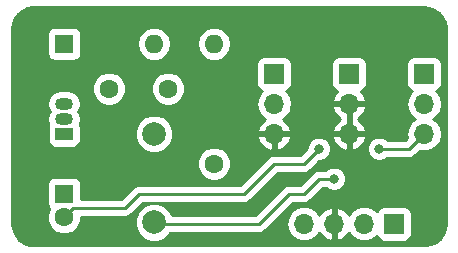
<source format=gbr>
G04 #@! TF.GenerationSoftware,KiCad,Pcbnew,5.0.2+dfsg1-1+build2*
G04 #@! TF.CreationDate,2019-10-24T23:13:18-07:00*
G04 #@! TF.ProjectId,pcb_class,7063625f-636c-4617-9373-2e6b69636164,rev?*
G04 #@! TF.SameCoordinates,Original*
G04 #@! TF.FileFunction,Copper,L2,Bot*
G04 #@! TF.FilePolarity,Positive*
%FSLAX46Y46*%
G04 Gerber Fmt 4.6, Leading zero omitted, Abs format (unit mm)*
G04 Created by KiCad (PCBNEW 5.0.2+dfsg1-1+build2) date Thu 24 Oct 2019 11:13:18 PM PDT*
%MOMM*%
%LPD*%
G01*
G04 APERTURE LIST*
G04 #@! TA.AperFunction,ComponentPad*
%ADD10C,2.000000*%
G04 #@! TD*
G04 #@! TA.AperFunction,ComponentPad*
%ADD11R,1.600000X1.600000*%
G04 #@! TD*
G04 #@! TA.AperFunction,ComponentPad*
%ADD12C,1.600000*%
G04 #@! TD*
G04 #@! TA.AperFunction,ComponentPad*
%ADD13O,1.600000X1.600000*%
G04 #@! TD*
G04 #@! TA.AperFunction,ComponentPad*
%ADD14R,1.700000X1.700000*%
G04 #@! TD*
G04 #@! TA.AperFunction,ComponentPad*
%ADD15O,1.700000X1.700000*%
G04 #@! TD*
G04 #@! TA.AperFunction,ComponentPad*
%ADD16O,1.500000X1.050000*%
G04 #@! TD*
G04 #@! TA.AperFunction,ComponentPad*
%ADD17R,1.500000X1.050000*%
G04 #@! TD*
G04 #@! TA.AperFunction,ViaPad*
%ADD18C,0.800000*%
G04 #@! TD*
G04 #@! TA.AperFunction,Conductor*
%ADD19C,0.250000*%
G04 #@! TD*
G04 #@! TA.AperFunction,Conductor*
%ADD20C,0.254000*%
G04 #@! TD*
G04 APERTURE END LIST*
D10*
G04 #@! TO.P,C1,1*
G04 #@! TO.N,Net-(C1-Pad1)*
X165100000Y-115570000D03*
G04 #@! TO.P,C1,2*
G04 #@! TO.N,IN*
X165100000Y-123070000D03*
G04 #@! TD*
D11*
G04 #@! TO.P,C2,1*
G04 #@! TO.N,Net-(C1-Pad1)*
X157480000Y-120650000D03*
D12*
G04 #@! TO.P,C2,2*
G04 #@! TO.N,Net-(C2-Pad2)*
X157480000Y-122650000D03*
G04 #@! TD*
G04 #@! TO.P,C3,1*
G04 #@! TO.N,Net-(C3-Pad1)*
X161290000Y-111760000D03*
G04 #@! TO.P,C3,2*
G04 #@! TO.N,Net-(C3-Pad2)*
X166290000Y-111760000D03*
G04 #@! TD*
D11*
G04 #@! TO.P,D1,1*
G04 #@! TO.N,Net-(C1-Pad1)*
X157480000Y-107950000D03*
D13*
G04 #@! TO.P,D1,2*
G04 #@! TO.N,Net-(C3-Pad1)*
X165100000Y-107950000D03*
G04 #@! TD*
D14*
G04 #@! TO.P,J1,1*
G04 #@! TO.N,IN*
X185420000Y-123190000D03*
D15*
G04 #@! TO.P,J1,2*
G04 #@! TO.N,+9V*
X182880000Y-123190000D03*
G04 #@! TO.P,J1,3*
G04 #@! TO.N,GND*
X180340000Y-123190000D03*
G04 #@! TO.P,J1,4*
G04 #@! TO.N,OUT*
X177800000Y-123190000D03*
G04 #@! TD*
D16*
G04 #@! TO.P,Q1,2*
G04 #@! TO.N,Net-(C3-Pad1)*
X157480000Y-114300000D03*
G04 #@! TO.P,Q1,3*
G04 #@! TO.N,Net-(Q1-Pad3)*
X157480000Y-113030000D03*
D17*
G04 #@! TO.P,Q1,1*
G04 #@! TO.N,Net-(C1-Pad1)*
X157480000Y-115570000D03*
G04 #@! TD*
D12*
G04 #@! TO.P,R1,1*
G04 #@! TO.N,+9V*
X170180000Y-118110000D03*
D13*
G04 #@! TO.P,R1,2*
G04 #@! TO.N,Net-(C3-Pad1)*
X170180000Y-107950000D03*
G04 #@! TD*
D15*
G04 #@! TO.P,RV1,3*
G04 #@! TO.N,Net-(C2-Pad2)*
X187960000Y-115570000D03*
G04 #@! TO.P,RV1,2*
G04 #@! TO.N,IN*
X187960000Y-113030000D03*
D14*
G04 #@! TO.P,RV1,1*
X187960000Y-110490000D03*
G04 #@! TD*
G04 #@! TO.P,RV2,1*
G04 #@! TO.N,Net-(Q1-Pad3)*
X181610000Y-110490000D03*
D15*
G04 #@! TO.P,RV2,2*
G04 #@! TO.N,GND*
X181610000Y-113030000D03*
G04 #@! TO.P,RV2,3*
X181610000Y-115570000D03*
G04 #@! TD*
D14*
G04 #@! TO.P,RV3,1*
G04 #@! TO.N,Net-(C3-Pad2)*
X175260000Y-110490000D03*
D15*
G04 #@! TO.P,RV3,2*
G04 #@! TO.N,OUT*
X175260000Y-113030000D03*
G04 #@! TO.P,RV3,3*
G04 #@! TO.N,GND*
X175260000Y-115570000D03*
G04 #@! TD*
D18*
G04 #@! TO.N,IN*
X180340000Y-119380000D03*
G04 #@! TO.N,Net-(C2-Pad2)*
X179070000Y-116840000D03*
X184150000Y-116840000D03*
G04 #@! TD*
D19*
G04 #@! TO.N,IN*
X165220000Y-123190000D02*
X165100000Y-123070000D01*
X173990000Y-123190000D02*
X165220000Y-123190000D01*
X177800000Y-120650000D02*
X176530000Y-120650000D01*
X180340000Y-119380000D02*
X179070000Y-119380000D01*
X176530000Y-120650000D02*
X173990000Y-123190000D01*
X179070000Y-119380000D02*
X177800000Y-120650000D01*
G04 #@! TO.N,Net-(C2-Pad2)*
X179070000Y-116840000D02*
X179070000Y-116840000D01*
X186690000Y-116840000D02*
X187960000Y-115570000D01*
X184150000Y-116840000D02*
X186690000Y-116840000D01*
X177800000Y-118110000D02*
X179070000Y-116840000D01*
X157480000Y-122650000D02*
X158279999Y-121850001D01*
X158279999Y-121850001D02*
X162629999Y-121850001D01*
X162629999Y-121850001D02*
X163830000Y-120650000D01*
X172720000Y-120650000D02*
X175260000Y-118110000D01*
X163830000Y-120650000D02*
X172720000Y-120650000D01*
X175260000Y-118110000D02*
X177800000Y-118110000D01*
G04 #@! TD*
D20*
G04 #@! TO.N,GND*
G36*
X188413698Y-104912958D02*
X188838893Y-105081305D01*
X189208858Y-105350101D01*
X189500356Y-105702462D01*
X189695067Y-106116244D01*
X189787093Y-106598662D01*
X189790001Y-106691194D01*
X189790000Y-107880074D01*
X189790000Y-107880075D01*
X189790001Y-123145326D01*
X189727042Y-123643699D01*
X189558697Y-124068889D01*
X189289899Y-124438859D01*
X188937541Y-124730355D01*
X188523756Y-124925067D01*
X188041339Y-125017093D01*
X187948836Y-125020000D01*
X154984667Y-125020000D01*
X154486301Y-124957042D01*
X154061111Y-124788697D01*
X153691141Y-124519899D01*
X153399645Y-124167541D01*
X153204933Y-123753756D01*
X153112907Y-123271339D01*
X153110000Y-123178836D01*
X153110000Y-119850000D01*
X156032560Y-119850000D01*
X156032560Y-121450000D01*
X156081843Y-121697765D01*
X156222191Y-121907809D01*
X156231591Y-121914090D01*
X156045000Y-122364561D01*
X156045000Y-122935439D01*
X156263466Y-123462862D01*
X156667138Y-123866534D01*
X157194561Y-124085000D01*
X157765439Y-124085000D01*
X158292862Y-123866534D01*
X158696534Y-123462862D01*
X158915000Y-122935439D01*
X158915000Y-122744778D01*
X163465000Y-122744778D01*
X163465000Y-123395222D01*
X163713914Y-123996153D01*
X164173847Y-124456086D01*
X164774778Y-124705000D01*
X165425222Y-124705000D01*
X166026153Y-124456086D01*
X166486086Y-123996153D01*
X166505203Y-123950000D01*
X173915153Y-123950000D01*
X173990000Y-123964888D01*
X174064847Y-123950000D01*
X174064852Y-123950000D01*
X174286537Y-123905904D01*
X174537929Y-123737929D01*
X174580331Y-123674470D01*
X175064801Y-123190000D01*
X176285908Y-123190000D01*
X176401161Y-123769418D01*
X176729375Y-124260625D01*
X177220582Y-124588839D01*
X177653744Y-124675000D01*
X177946256Y-124675000D01*
X178379418Y-124588839D01*
X178870625Y-124260625D01*
X179083843Y-123941522D01*
X179144817Y-124071358D01*
X179573076Y-124461645D01*
X179983110Y-124631476D01*
X180213000Y-124510155D01*
X180213000Y-123317000D01*
X180193000Y-123317000D01*
X180193000Y-123063000D01*
X180213000Y-123063000D01*
X180213000Y-121869845D01*
X180467000Y-121869845D01*
X180467000Y-123063000D01*
X180487000Y-123063000D01*
X180487000Y-123317000D01*
X180467000Y-123317000D01*
X180467000Y-124510155D01*
X180696890Y-124631476D01*
X181106924Y-124461645D01*
X181535183Y-124071358D01*
X181596157Y-123941522D01*
X181809375Y-124260625D01*
X182300582Y-124588839D01*
X182733744Y-124675000D01*
X183026256Y-124675000D01*
X183459418Y-124588839D01*
X183950625Y-124260625D01*
X183962816Y-124242381D01*
X183971843Y-124287765D01*
X184112191Y-124497809D01*
X184322235Y-124638157D01*
X184570000Y-124687440D01*
X186270000Y-124687440D01*
X186517765Y-124638157D01*
X186727809Y-124497809D01*
X186868157Y-124287765D01*
X186917440Y-124040000D01*
X186917440Y-122340000D01*
X186868157Y-122092235D01*
X186727809Y-121882191D01*
X186517765Y-121741843D01*
X186270000Y-121692560D01*
X184570000Y-121692560D01*
X184322235Y-121741843D01*
X184112191Y-121882191D01*
X183971843Y-122092235D01*
X183962816Y-122137619D01*
X183950625Y-122119375D01*
X183459418Y-121791161D01*
X183026256Y-121705000D01*
X182733744Y-121705000D01*
X182300582Y-121791161D01*
X181809375Y-122119375D01*
X181596157Y-122438478D01*
X181535183Y-122308642D01*
X181106924Y-121918355D01*
X180696890Y-121748524D01*
X180467000Y-121869845D01*
X180213000Y-121869845D01*
X179983110Y-121748524D01*
X179573076Y-121918355D01*
X179144817Y-122308642D01*
X179083843Y-122438478D01*
X178870625Y-122119375D01*
X178379418Y-121791161D01*
X177946256Y-121705000D01*
X177653744Y-121705000D01*
X177220582Y-121791161D01*
X176729375Y-122119375D01*
X176401161Y-122610582D01*
X176285908Y-123190000D01*
X175064801Y-123190000D01*
X176844803Y-121410000D01*
X177725153Y-121410000D01*
X177800000Y-121424888D01*
X177874847Y-121410000D01*
X177874852Y-121410000D01*
X178096537Y-121365904D01*
X178347929Y-121197929D01*
X178390331Y-121134470D01*
X179384802Y-120140000D01*
X179636289Y-120140000D01*
X179753720Y-120257431D01*
X180134126Y-120415000D01*
X180545874Y-120415000D01*
X180926280Y-120257431D01*
X181217431Y-119966280D01*
X181375000Y-119585874D01*
X181375000Y-119174126D01*
X181217431Y-118793720D01*
X180926280Y-118502569D01*
X180545874Y-118345000D01*
X180134126Y-118345000D01*
X179753720Y-118502569D01*
X179636289Y-118620000D01*
X179144846Y-118620000D01*
X179069999Y-118605112D01*
X178995152Y-118620000D01*
X178995148Y-118620000D01*
X178773463Y-118664096D01*
X178522071Y-118832071D01*
X178479671Y-118895527D01*
X177485199Y-119890000D01*
X176604846Y-119890000D01*
X176529999Y-119875112D01*
X176455152Y-119890000D01*
X176455148Y-119890000D01*
X176233463Y-119934096D01*
X176233461Y-119934097D01*
X176233462Y-119934097D01*
X176045526Y-120059671D01*
X176045524Y-120059673D01*
X175982071Y-120102071D01*
X175939673Y-120165524D01*
X173675199Y-122430000D01*
X166604615Y-122430000D01*
X166486086Y-122143847D01*
X166026153Y-121683914D01*
X165425222Y-121435000D01*
X164774778Y-121435000D01*
X164173847Y-121683914D01*
X163713914Y-122143847D01*
X163465000Y-122744778D01*
X158915000Y-122744778D01*
X158915000Y-122610001D01*
X162555152Y-122610001D01*
X162629999Y-122624889D01*
X162704846Y-122610001D01*
X162704851Y-122610001D01*
X162926536Y-122565905D01*
X163177928Y-122397930D01*
X163220330Y-122334471D01*
X164144802Y-121410000D01*
X172645153Y-121410000D01*
X172720000Y-121424888D01*
X172794847Y-121410000D01*
X172794852Y-121410000D01*
X173016537Y-121365904D01*
X173267929Y-121197929D01*
X173310331Y-121134470D01*
X175574803Y-118870000D01*
X177725153Y-118870000D01*
X177800000Y-118884888D01*
X177874847Y-118870000D01*
X177874852Y-118870000D01*
X178096537Y-118825904D01*
X178347929Y-118657929D01*
X178390331Y-118594470D01*
X179109802Y-117875000D01*
X179275874Y-117875000D01*
X179656280Y-117717431D01*
X179947431Y-117426280D01*
X180105000Y-117045874D01*
X180105000Y-116634126D01*
X179947431Y-116253720D01*
X179656280Y-115962569D01*
X179570144Y-115926890D01*
X180168524Y-115926890D01*
X180338355Y-116336924D01*
X180728642Y-116765183D01*
X181253108Y-117011486D01*
X181483000Y-116890819D01*
X181483000Y-115697000D01*
X181737000Y-115697000D01*
X181737000Y-116890819D01*
X181966892Y-117011486D01*
X182491358Y-116765183D01*
X182610794Y-116634126D01*
X183115000Y-116634126D01*
X183115000Y-117045874D01*
X183272569Y-117426280D01*
X183563720Y-117717431D01*
X183944126Y-117875000D01*
X184355874Y-117875000D01*
X184736280Y-117717431D01*
X184853711Y-117600000D01*
X186615153Y-117600000D01*
X186690000Y-117614888D01*
X186764847Y-117600000D01*
X186764852Y-117600000D01*
X186986537Y-117555904D01*
X187237929Y-117387929D01*
X187280331Y-117324470D01*
X187593592Y-117011209D01*
X187813744Y-117055000D01*
X188106256Y-117055000D01*
X188539418Y-116968839D01*
X189030625Y-116640625D01*
X189358839Y-116149418D01*
X189474092Y-115570000D01*
X189358839Y-114990582D01*
X189030625Y-114499375D01*
X188732239Y-114300000D01*
X189030625Y-114100625D01*
X189358839Y-113609418D01*
X189474092Y-113030000D01*
X189358839Y-112450582D01*
X189030625Y-111959375D01*
X189012381Y-111947184D01*
X189057765Y-111938157D01*
X189267809Y-111797809D01*
X189408157Y-111587765D01*
X189457440Y-111340000D01*
X189457440Y-109640000D01*
X189408157Y-109392235D01*
X189267809Y-109182191D01*
X189057765Y-109041843D01*
X188810000Y-108992560D01*
X187110000Y-108992560D01*
X186862235Y-109041843D01*
X186652191Y-109182191D01*
X186511843Y-109392235D01*
X186462560Y-109640000D01*
X186462560Y-111340000D01*
X186511843Y-111587765D01*
X186652191Y-111797809D01*
X186862235Y-111938157D01*
X186907619Y-111947184D01*
X186889375Y-111959375D01*
X186561161Y-112450582D01*
X186445908Y-113030000D01*
X186561161Y-113609418D01*
X186889375Y-114100625D01*
X187187761Y-114300000D01*
X186889375Y-114499375D01*
X186561161Y-114990582D01*
X186445908Y-115570000D01*
X186518791Y-115936408D01*
X186375199Y-116080000D01*
X184853711Y-116080000D01*
X184736280Y-115962569D01*
X184355874Y-115805000D01*
X183944126Y-115805000D01*
X183563720Y-115962569D01*
X183272569Y-116253720D01*
X183115000Y-116634126D01*
X182610794Y-116634126D01*
X182881645Y-116336924D01*
X183051476Y-115926890D01*
X182930155Y-115697000D01*
X181737000Y-115697000D01*
X181483000Y-115697000D01*
X180289845Y-115697000D01*
X180168524Y-115926890D01*
X179570144Y-115926890D01*
X179275874Y-115805000D01*
X178864126Y-115805000D01*
X178483720Y-115962569D01*
X178192569Y-116253720D01*
X178035000Y-116634126D01*
X178035000Y-116800198D01*
X177485199Y-117350000D01*
X175334846Y-117350000D01*
X175259999Y-117335112D01*
X175185152Y-117350000D01*
X175185148Y-117350000D01*
X174963463Y-117394096D01*
X174963461Y-117394097D01*
X174963462Y-117394097D01*
X174775526Y-117519671D01*
X174775524Y-117519673D01*
X174712071Y-117562071D01*
X174669673Y-117625524D01*
X172405199Y-119890000D01*
X163904848Y-119890000D01*
X163830000Y-119875112D01*
X163755152Y-119890000D01*
X163755148Y-119890000D01*
X163581605Y-119924520D01*
X163533462Y-119934096D01*
X163485296Y-119966280D01*
X163282071Y-120102071D01*
X163239671Y-120165527D01*
X162315198Y-121090001D01*
X158927440Y-121090001D01*
X158927440Y-119850000D01*
X158878157Y-119602235D01*
X158737809Y-119392191D01*
X158527765Y-119251843D01*
X158280000Y-119202560D01*
X156680000Y-119202560D01*
X156432235Y-119251843D01*
X156222191Y-119392191D01*
X156081843Y-119602235D01*
X156032560Y-119850000D01*
X153110000Y-119850000D01*
X153110000Y-117824561D01*
X168745000Y-117824561D01*
X168745000Y-118395439D01*
X168963466Y-118922862D01*
X169367138Y-119326534D01*
X169894561Y-119545000D01*
X170465439Y-119545000D01*
X170992862Y-119326534D01*
X171396534Y-118922862D01*
X171615000Y-118395439D01*
X171615000Y-117824561D01*
X171396534Y-117297138D01*
X170992862Y-116893466D01*
X170465439Y-116675000D01*
X169894561Y-116675000D01*
X169367138Y-116893466D01*
X168963466Y-117297138D01*
X168745000Y-117824561D01*
X153110000Y-117824561D01*
X153110000Y-113030000D01*
X156072275Y-113030000D01*
X156162305Y-113482609D01*
X156284174Y-113665000D01*
X156162305Y-113847391D01*
X156072275Y-114300000D01*
X156162157Y-114751867D01*
X156131843Y-114797235D01*
X156082560Y-115045000D01*
X156082560Y-116095000D01*
X156131843Y-116342765D01*
X156272191Y-116552809D01*
X156482235Y-116693157D01*
X156730000Y-116742440D01*
X158230000Y-116742440D01*
X158477765Y-116693157D01*
X158687809Y-116552809D01*
X158828157Y-116342765D01*
X158877440Y-116095000D01*
X158877440Y-115244778D01*
X163465000Y-115244778D01*
X163465000Y-115895222D01*
X163713914Y-116496153D01*
X164173847Y-116956086D01*
X164774778Y-117205000D01*
X165425222Y-117205000D01*
X166026153Y-116956086D01*
X166486086Y-116496153D01*
X166721882Y-115926890D01*
X173818524Y-115926890D01*
X173988355Y-116336924D01*
X174378642Y-116765183D01*
X174903108Y-117011486D01*
X175133000Y-116890819D01*
X175133000Y-115697000D01*
X175387000Y-115697000D01*
X175387000Y-116890819D01*
X175616892Y-117011486D01*
X176141358Y-116765183D01*
X176531645Y-116336924D01*
X176701476Y-115926890D01*
X176580155Y-115697000D01*
X175387000Y-115697000D01*
X175133000Y-115697000D01*
X173939845Y-115697000D01*
X173818524Y-115926890D01*
X166721882Y-115926890D01*
X166735000Y-115895222D01*
X166735000Y-115244778D01*
X166486086Y-114643847D01*
X166026153Y-114183914D01*
X165425222Y-113935000D01*
X164774778Y-113935000D01*
X164173847Y-114183914D01*
X163713914Y-114643847D01*
X163465000Y-115244778D01*
X158877440Y-115244778D01*
X158877440Y-115045000D01*
X158828157Y-114797235D01*
X158797843Y-114751867D01*
X158887725Y-114300000D01*
X158797695Y-113847391D01*
X158675826Y-113665000D01*
X158797695Y-113482609D01*
X158887725Y-113030000D01*
X158797695Y-112577391D01*
X158541313Y-112193687D01*
X158157609Y-111937305D01*
X157819246Y-111870000D01*
X157140754Y-111870000D01*
X156802391Y-111937305D01*
X156418687Y-112193687D01*
X156162305Y-112577391D01*
X156072275Y-113030000D01*
X153110000Y-113030000D01*
X153110000Y-111474561D01*
X159855000Y-111474561D01*
X159855000Y-112045439D01*
X160073466Y-112572862D01*
X160477138Y-112976534D01*
X161004561Y-113195000D01*
X161575439Y-113195000D01*
X162102862Y-112976534D01*
X162506534Y-112572862D01*
X162725000Y-112045439D01*
X162725000Y-111474561D01*
X164855000Y-111474561D01*
X164855000Y-112045439D01*
X165073466Y-112572862D01*
X165477138Y-112976534D01*
X166004561Y-113195000D01*
X166575439Y-113195000D01*
X166973783Y-113030000D01*
X173745908Y-113030000D01*
X173861161Y-113609418D01*
X174189375Y-114100625D01*
X174508478Y-114313843D01*
X174378642Y-114374817D01*
X173988355Y-114803076D01*
X173818524Y-115213110D01*
X173939845Y-115443000D01*
X175133000Y-115443000D01*
X175133000Y-115423000D01*
X175387000Y-115423000D01*
X175387000Y-115443000D01*
X176580155Y-115443000D01*
X176701476Y-115213110D01*
X176531645Y-114803076D01*
X176141358Y-114374817D01*
X176011522Y-114313843D01*
X176330625Y-114100625D01*
X176658839Y-113609418D01*
X176703102Y-113386890D01*
X180168524Y-113386890D01*
X180338355Y-113796924D01*
X180728642Y-114225183D01*
X180887954Y-114300000D01*
X180728642Y-114374817D01*
X180338355Y-114803076D01*
X180168524Y-115213110D01*
X180289845Y-115443000D01*
X181483000Y-115443000D01*
X181483000Y-113157000D01*
X181737000Y-113157000D01*
X181737000Y-115443000D01*
X182930155Y-115443000D01*
X183051476Y-115213110D01*
X182881645Y-114803076D01*
X182491358Y-114374817D01*
X182332046Y-114300000D01*
X182491358Y-114225183D01*
X182881645Y-113796924D01*
X183051476Y-113386890D01*
X182930155Y-113157000D01*
X181737000Y-113157000D01*
X181483000Y-113157000D01*
X180289845Y-113157000D01*
X180168524Y-113386890D01*
X176703102Y-113386890D01*
X176774092Y-113030000D01*
X176658839Y-112450582D01*
X176330625Y-111959375D01*
X176312381Y-111947184D01*
X176357765Y-111938157D01*
X176567809Y-111797809D01*
X176708157Y-111587765D01*
X176757440Y-111340000D01*
X176757440Y-109640000D01*
X180112560Y-109640000D01*
X180112560Y-111340000D01*
X180161843Y-111587765D01*
X180302191Y-111797809D01*
X180512235Y-111938157D01*
X180615708Y-111958739D01*
X180338355Y-112263076D01*
X180168524Y-112673110D01*
X180289845Y-112903000D01*
X181483000Y-112903000D01*
X181483000Y-112883000D01*
X181737000Y-112883000D01*
X181737000Y-112903000D01*
X182930155Y-112903000D01*
X183051476Y-112673110D01*
X182881645Y-112263076D01*
X182604292Y-111958739D01*
X182707765Y-111938157D01*
X182917809Y-111797809D01*
X183058157Y-111587765D01*
X183107440Y-111340000D01*
X183107440Y-109640000D01*
X183058157Y-109392235D01*
X182917809Y-109182191D01*
X182707765Y-109041843D01*
X182460000Y-108992560D01*
X180760000Y-108992560D01*
X180512235Y-109041843D01*
X180302191Y-109182191D01*
X180161843Y-109392235D01*
X180112560Y-109640000D01*
X176757440Y-109640000D01*
X176708157Y-109392235D01*
X176567809Y-109182191D01*
X176357765Y-109041843D01*
X176110000Y-108992560D01*
X174410000Y-108992560D01*
X174162235Y-109041843D01*
X173952191Y-109182191D01*
X173811843Y-109392235D01*
X173762560Y-109640000D01*
X173762560Y-111340000D01*
X173811843Y-111587765D01*
X173952191Y-111797809D01*
X174162235Y-111938157D01*
X174207619Y-111947184D01*
X174189375Y-111959375D01*
X173861161Y-112450582D01*
X173745908Y-113030000D01*
X166973783Y-113030000D01*
X167102862Y-112976534D01*
X167506534Y-112572862D01*
X167725000Y-112045439D01*
X167725000Y-111474561D01*
X167506534Y-110947138D01*
X167102862Y-110543466D01*
X166575439Y-110325000D01*
X166004561Y-110325000D01*
X165477138Y-110543466D01*
X165073466Y-110947138D01*
X164855000Y-111474561D01*
X162725000Y-111474561D01*
X162506534Y-110947138D01*
X162102862Y-110543466D01*
X161575439Y-110325000D01*
X161004561Y-110325000D01*
X160477138Y-110543466D01*
X160073466Y-110947138D01*
X159855000Y-111474561D01*
X153110000Y-111474561D01*
X153110000Y-107150000D01*
X156032560Y-107150000D01*
X156032560Y-108750000D01*
X156081843Y-108997765D01*
X156222191Y-109207809D01*
X156432235Y-109348157D01*
X156680000Y-109397440D01*
X158280000Y-109397440D01*
X158527765Y-109348157D01*
X158737809Y-109207809D01*
X158878157Y-108997765D01*
X158927440Y-108750000D01*
X158927440Y-107950000D01*
X163636887Y-107950000D01*
X163748260Y-108509909D01*
X164065423Y-108984577D01*
X164540091Y-109301740D01*
X164958667Y-109385000D01*
X165241333Y-109385000D01*
X165659909Y-109301740D01*
X166134577Y-108984577D01*
X166451740Y-108509909D01*
X166563113Y-107950000D01*
X168716887Y-107950000D01*
X168828260Y-108509909D01*
X169145423Y-108984577D01*
X169620091Y-109301740D01*
X170038667Y-109385000D01*
X170321333Y-109385000D01*
X170739909Y-109301740D01*
X171214577Y-108984577D01*
X171531740Y-108509909D01*
X171643113Y-107950000D01*
X171531740Y-107390091D01*
X171214577Y-106915423D01*
X170739909Y-106598260D01*
X170321333Y-106515000D01*
X170038667Y-106515000D01*
X169620091Y-106598260D01*
X169145423Y-106915423D01*
X168828260Y-107390091D01*
X168716887Y-107950000D01*
X166563113Y-107950000D01*
X166451740Y-107390091D01*
X166134577Y-106915423D01*
X165659909Y-106598260D01*
X165241333Y-106515000D01*
X164958667Y-106515000D01*
X164540091Y-106598260D01*
X164065423Y-106915423D01*
X163748260Y-107390091D01*
X163636887Y-107950000D01*
X158927440Y-107950000D01*
X158927440Y-107150000D01*
X158878157Y-106902235D01*
X158737809Y-106692191D01*
X158527765Y-106551843D01*
X158280000Y-106502560D01*
X156680000Y-106502560D01*
X156432235Y-106551843D01*
X156222191Y-106692191D01*
X156081843Y-106902235D01*
X156032560Y-107150000D01*
X153110000Y-107150000D01*
X153110000Y-106724666D01*
X153172958Y-106226302D01*
X153341305Y-105801107D01*
X153610101Y-105431142D01*
X153962462Y-105139644D01*
X154376244Y-104944933D01*
X154858662Y-104852907D01*
X154951164Y-104850000D01*
X187915334Y-104850000D01*
X188413698Y-104912958D01*
X188413698Y-104912958D01*
G37*
X188413698Y-104912958D02*
X188838893Y-105081305D01*
X189208858Y-105350101D01*
X189500356Y-105702462D01*
X189695067Y-106116244D01*
X189787093Y-106598662D01*
X189790001Y-106691194D01*
X189790000Y-107880074D01*
X189790000Y-107880075D01*
X189790001Y-123145326D01*
X189727042Y-123643699D01*
X189558697Y-124068889D01*
X189289899Y-124438859D01*
X188937541Y-124730355D01*
X188523756Y-124925067D01*
X188041339Y-125017093D01*
X187948836Y-125020000D01*
X154984667Y-125020000D01*
X154486301Y-124957042D01*
X154061111Y-124788697D01*
X153691141Y-124519899D01*
X153399645Y-124167541D01*
X153204933Y-123753756D01*
X153112907Y-123271339D01*
X153110000Y-123178836D01*
X153110000Y-119850000D01*
X156032560Y-119850000D01*
X156032560Y-121450000D01*
X156081843Y-121697765D01*
X156222191Y-121907809D01*
X156231591Y-121914090D01*
X156045000Y-122364561D01*
X156045000Y-122935439D01*
X156263466Y-123462862D01*
X156667138Y-123866534D01*
X157194561Y-124085000D01*
X157765439Y-124085000D01*
X158292862Y-123866534D01*
X158696534Y-123462862D01*
X158915000Y-122935439D01*
X158915000Y-122744778D01*
X163465000Y-122744778D01*
X163465000Y-123395222D01*
X163713914Y-123996153D01*
X164173847Y-124456086D01*
X164774778Y-124705000D01*
X165425222Y-124705000D01*
X166026153Y-124456086D01*
X166486086Y-123996153D01*
X166505203Y-123950000D01*
X173915153Y-123950000D01*
X173990000Y-123964888D01*
X174064847Y-123950000D01*
X174064852Y-123950000D01*
X174286537Y-123905904D01*
X174537929Y-123737929D01*
X174580331Y-123674470D01*
X175064801Y-123190000D01*
X176285908Y-123190000D01*
X176401161Y-123769418D01*
X176729375Y-124260625D01*
X177220582Y-124588839D01*
X177653744Y-124675000D01*
X177946256Y-124675000D01*
X178379418Y-124588839D01*
X178870625Y-124260625D01*
X179083843Y-123941522D01*
X179144817Y-124071358D01*
X179573076Y-124461645D01*
X179983110Y-124631476D01*
X180213000Y-124510155D01*
X180213000Y-123317000D01*
X180193000Y-123317000D01*
X180193000Y-123063000D01*
X180213000Y-123063000D01*
X180213000Y-121869845D01*
X180467000Y-121869845D01*
X180467000Y-123063000D01*
X180487000Y-123063000D01*
X180487000Y-123317000D01*
X180467000Y-123317000D01*
X180467000Y-124510155D01*
X180696890Y-124631476D01*
X181106924Y-124461645D01*
X181535183Y-124071358D01*
X181596157Y-123941522D01*
X181809375Y-124260625D01*
X182300582Y-124588839D01*
X182733744Y-124675000D01*
X183026256Y-124675000D01*
X183459418Y-124588839D01*
X183950625Y-124260625D01*
X183962816Y-124242381D01*
X183971843Y-124287765D01*
X184112191Y-124497809D01*
X184322235Y-124638157D01*
X184570000Y-124687440D01*
X186270000Y-124687440D01*
X186517765Y-124638157D01*
X186727809Y-124497809D01*
X186868157Y-124287765D01*
X186917440Y-124040000D01*
X186917440Y-122340000D01*
X186868157Y-122092235D01*
X186727809Y-121882191D01*
X186517765Y-121741843D01*
X186270000Y-121692560D01*
X184570000Y-121692560D01*
X184322235Y-121741843D01*
X184112191Y-121882191D01*
X183971843Y-122092235D01*
X183962816Y-122137619D01*
X183950625Y-122119375D01*
X183459418Y-121791161D01*
X183026256Y-121705000D01*
X182733744Y-121705000D01*
X182300582Y-121791161D01*
X181809375Y-122119375D01*
X181596157Y-122438478D01*
X181535183Y-122308642D01*
X181106924Y-121918355D01*
X180696890Y-121748524D01*
X180467000Y-121869845D01*
X180213000Y-121869845D01*
X179983110Y-121748524D01*
X179573076Y-121918355D01*
X179144817Y-122308642D01*
X179083843Y-122438478D01*
X178870625Y-122119375D01*
X178379418Y-121791161D01*
X177946256Y-121705000D01*
X177653744Y-121705000D01*
X177220582Y-121791161D01*
X176729375Y-122119375D01*
X176401161Y-122610582D01*
X176285908Y-123190000D01*
X175064801Y-123190000D01*
X176844803Y-121410000D01*
X177725153Y-121410000D01*
X177800000Y-121424888D01*
X177874847Y-121410000D01*
X177874852Y-121410000D01*
X178096537Y-121365904D01*
X178347929Y-121197929D01*
X178390331Y-121134470D01*
X179384802Y-120140000D01*
X179636289Y-120140000D01*
X179753720Y-120257431D01*
X180134126Y-120415000D01*
X180545874Y-120415000D01*
X180926280Y-120257431D01*
X181217431Y-119966280D01*
X181375000Y-119585874D01*
X181375000Y-119174126D01*
X181217431Y-118793720D01*
X180926280Y-118502569D01*
X180545874Y-118345000D01*
X180134126Y-118345000D01*
X179753720Y-118502569D01*
X179636289Y-118620000D01*
X179144846Y-118620000D01*
X179069999Y-118605112D01*
X178995152Y-118620000D01*
X178995148Y-118620000D01*
X178773463Y-118664096D01*
X178522071Y-118832071D01*
X178479671Y-118895527D01*
X177485199Y-119890000D01*
X176604846Y-119890000D01*
X176529999Y-119875112D01*
X176455152Y-119890000D01*
X176455148Y-119890000D01*
X176233463Y-119934096D01*
X176233461Y-119934097D01*
X176233462Y-119934097D01*
X176045526Y-120059671D01*
X176045524Y-120059673D01*
X175982071Y-120102071D01*
X175939673Y-120165524D01*
X173675199Y-122430000D01*
X166604615Y-122430000D01*
X166486086Y-122143847D01*
X166026153Y-121683914D01*
X165425222Y-121435000D01*
X164774778Y-121435000D01*
X164173847Y-121683914D01*
X163713914Y-122143847D01*
X163465000Y-122744778D01*
X158915000Y-122744778D01*
X158915000Y-122610001D01*
X162555152Y-122610001D01*
X162629999Y-122624889D01*
X162704846Y-122610001D01*
X162704851Y-122610001D01*
X162926536Y-122565905D01*
X163177928Y-122397930D01*
X163220330Y-122334471D01*
X164144802Y-121410000D01*
X172645153Y-121410000D01*
X172720000Y-121424888D01*
X172794847Y-121410000D01*
X172794852Y-121410000D01*
X173016537Y-121365904D01*
X173267929Y-121197929D01*
X173310331Y-121134470D01*
X175574803Y-118870000D01*
X177725153Y-118870000D01*
X177800000Y-118884888D01*
X177874847Y-118870000D01*
X177874852Y-118870000D01*
X178096537Y-118825904D01*
X178347929Y-118657929D01*
X178390331Y-118594470D01*
X179109802Y-117875000D01*
X179275874Y-117875000D01*
X179656280Y-117717431D01*
X179947431Y-117426280D01*
X180105000Y-117045874D01*
X180105000Y-116634126D01*
X179947431Y-116253720D01*
X179656280Y-115962569D01*
X179570144Y-115926890D01*
X180168524Y-115926890D01*
X180338355Y-116336924D01*
X180728642Y-116765183D01*
X181253108Y-117011486D01*
X181483000Y-116890819D01*
X181483000Y-115697000D01*
X181737000Y-115697000D01*
X181737000Y-116890819D01*
X181966892Y-117011486D01*
X182491358Y-116765183D01*
X182610794Y-116634126D01*
X183115000Y-116634126D01*
X183115000Y-117045874D01*
X183272569Y-117426280D01*
X183563720Y-117717431D01*
X183944126Y-117875000D01*
X184355874Y-117875000D01*
X184736280Y-117717431D01*
X184853711Y-117600000D01*
X186615153Y-117600000D01*
X186690000Y-117614888D01*
X186764847Y-117600000D01*
X186764852Y-117600000D01*
X186986537Y-117555904D01*
X187237929Y-117387929D01*
X187280331Y-117324470D01*
X187593592Y-117011209D01*
X187813744Y-117055000D01*
X188106256Y-117055000D01*
X188539418Y-116968839D01*
X189030625Y-116640625D01*
X189358839Y-116149418D01*
X189474092Y-115570000D01*
X189358839Y-114990582D01*
X189030625Y-114499375D01*
X188732239Y-114300000D01*
X189030625Y-114100625D01*
X189358839Y-113609418D01*
X189474092Y-113030000D01*
X189358839Y-112450582D01*
X189030625Y-111959375D01*
X189012381Y-111947184D01*
X189057765Y-111938157D01*
X189267809Y-111797809D01*
X189408157Y-111587765D01*
X189457440Y-111340000D01*
X189457440Y-109640000D01*
X189408157Y-109392235D01*
X189267809Y-109182191D01*
X189057765Y-109041843D01*
X188810000Y-108992560D01*
X187110000Y-108992560D01*
X186862235Y-109041843D01*
X186652191Y-109182191D01*
X186511843Y-109392235D01*
X186462560Y-109640000D01*
X186462560Y-111340000D01*
X186511843Y-111587765D01*
X186652191Y-111797809D01*
X186862235Y-111938157D01*
X186907619Y-111947184D01*
X186889375Y-111959375D01*
X186561161Y-112450582D01*
X186445908Y-113030000D01*
X186561161Y-113609418D01*
X186889375Y-114100625D01*
X187187761Y-114300000D01*
X186889375Y-114499375D01*
X186561161Y-114990582D01*
X186445908Y-115570000D01*
X186518791Y-115936408D01*
X186375199Y-116080000D01*
X184853711Y-116080000D01*
X184736280Y-115962569D01*
X184355874Y-115805000D01*
X183944126Y-115805000D01*
X183563720Y-115962569D01*
X183272569Y-116253720D01*
X183115000Y-116634126D01*
X182610794Y-116634126D01*
X182881645Y-116336924D01*
X183051476Y-115926890D01*
X182930155Y-115697000D01*
X181737000Y-115697000D01*
X181483000Y-115697000D01*
X180289845Y-115697000D01*
X180168524Y-115926890D01*
X179570144Y-115926890D01*
X179275874Y-115805000D01*
X178864126Y-115805000D01*
X178483720Y-115962569D01*
X178192569Y-116253720D01*
X178035000Y-116634126D01*
X178035000Y-116800198D01*
X177485199Y-117350000D01*
X175334846Y-117350000D01*
X175259999Y-117335112D01*
X175185152Y-117350000D01*
X175185148Y-117350000D01*
X174963463Y-117394096D01*
X174963461Y-117394097D01*
X174963462Y-117394097D01*
X174775526Y-117519671D01*
X174775524Y-117519673D01*
X174712071Y-117562071D01*
X174669673Y-117625524D01*
X172405199Y-119890000D01*
X163904848Y-119890000D01*
X163830000Y-119875112D01*
X163755152Y-119890000D01*
X163755148Y-119890000D01*
X163581605Y-119924520D01*
X163533462Y-119934096D01*
X163485296Y-119966280D01*
X163282071Y-120102071D01*
X163239671Y-120165527D01*
X162315198Y-121090001D01*
X158927440Y-121090001D01*
X158927440Y-119850000D01*
X158878157Y-119602235D01*
X158737809Y-119392191D01*
X158527765Y-119251843D01*
X158280000Y-119202560D01*
X156680000Y-119202560D01*
X156432235Y-119251843D01*
X156222191Y-119392191D01*
X156081843Y-119602235D01*
X156032560Y-119850000D01*
X153110000Y-119850000D01*
X153110000Y-117824561D01*
X168745000Y-117824561D01*
X168745000Y-118395439D01*
X168963466Y-118922862D01*
X169367138Y-119326534D01*
X169894561Y-119545000D01*
X170465439Y-119545000D01*
X170992862Y-119326534D01*
X171396534Y-118922862D01*
X171615000Y-118395439D01*
X171615000Y-117824561D01*
X171396534Y-117297138D01*
X170992862Y-116893466D01*
X170465439Y-116675000D01*
X169894561Y-116675000D01*
X169367138Y-116893466D01*
X168963466Y-117297138D01*
X168745000Y-117824561D01*
X153110000Y-117824561D01*
X153110000Y-113030000D01*
X156072275Y-113030000D01*
X156162305Y-113482609D01*
X156284174Y-113665000D01*
X156162305Y-113847391D01*
X156072275Y-114300000D01*
X156162157Y-114751867D01*
X156131843Y-114797235D01*
X156082560Y-115045000D01*
X156082560Y-116095000D01*
X156131843Y-116342765D01*
X156272191Y-116552809D01*
X156482235Y-116693157D01*
X156730000Y-116742440D01*
X158230000Y-116742440D01*
X158477765Y-116693157D01*
X158687809Y-116552809D01*
X158828157Y-116342765D01*
X158877440Y-116095000D01*
X158877440Y-115244778D01*
X163465000Y-115244778D01*
X163465000Y-115895222D01*
X163713914Y-116496153D01*
X164173847Y-116956086D01*
X164774778Y-117205000D01*
X165425222Y-117205000D01*
X166026153Y-116956086D01*
X166486086Y-116496153D01*
X166721882Y-115926890D01*
X173818524Y-115926890D01*
X173988355Y-116336924D01*
X174378642Y-116765183D01*
X174903108Y-117011486D01*
X175133000Y-116890819D01*
X175133000Y-115697000D01*
X175387000Y-115697000D01*
X175387000Y-116890819D01*
X175616892Y-117011486D01*
X176141358Y-116765183D01*
X176531645Y-116336924D01*
X176701476Y-115926890D01*
X176580155Y-115697000D01*
X175387000Y-115697000D01*
X175133000Y-115697000D01*
X173939845Y-115697000D01*
X173818524Y-115926890D01*
X166721882Y-115926890D01*
X166735000Y-115895222D01*
X166735000Y-115244778D01*
X166486086Y-114643847D01*
X166026153Y-114183914D01*
X165425222Y-113935000D01*
X164774778Y-113935000D01*
X164173847Y-114183914D01*
X163713914Y-114643847D01*
X163465000Y-115244778D01*
X158877440Y-115244778D01*
X158877440Y-115045000D01*
X158828157Y-114797235D01*
X158797843Y-114751867D01*
X158887725Y-114300000D01*
X158797695Y-113847391D01*
X158675826Y-113665000D01*
X158797695Y-113482609D01*
X158887725Y-113030000D01*
X158797695Y-112577391D01*
X158541313Y-112193687D01*
X158157609Y-111937305D01*
X157819246Y-111870000D01*
X157140754Y-111870000D01*
X156802391Y-111937305D01*
X156418687Y-112193687D01*
X156162305Y-112577391D01*
X156072275Y-113030000D01*
X153110000Y-113030000D01*
X153110000Y-111474561D01*
X159855000Y-111474561D01*
X159855000Y-112045439D01*
X160073466Y-112572862D01*
X160477138Y-112976534D01*
X161004561Y-113195000D01*
X161575439Y-113195000D01*
X162102862Y-112976534D01*
X162506534Y-112572862D01*
X162725000Y-112045439D01*
X162725000Y-111474561D01*
X164855000Y-111474561D01*
X164855000Y-112045439D01*
X165073466Y-112572862D01*
X165477138Y-112976534D01*
X166004561Y-113195000D01*
X166575439Y-113195000D01*
X166973783Y-113030000D01*
X173745908Y-113030000D01*
X173861161Y-113609418D01*
X174189375Y-114100625D01*
X174508478Y-114313843D01*
X174378642Y-114374817D01*
X173988355Y-114803076D01*
X173818524Y-115213110D01*
X173939845Y-115443000D01*
X175133000Y-115443000D01*
X175133000Y-115423000D01*
X175387000Y-115423000D01*
X175387000Y-115443000D01*
X176580155Y-115443000D01*
X176701476Y-115213110D01*
X176531645Y-114803076D01*
X176141358Y-114374817D01*
X176011522Y-114313843D01*
X176330625Y-114100625D01*
X176658839Y-113609418D01*
X176703102Y-113386890D01*
X180168524Y-113386890D01*
X180338355Y-113796924D01*
X180728642Y-114225183D01*
X180887954Y-114300000D01*
X180728642Y-114374817D01*
X180338355Y-114803076D01*
X180168524Y-115213110D01*
X180289845Y-115443000D01*
X181483000Y-115443000D01*
X181483000Y-113157000D01*
X181737000Y-113157000D01*
X181737000Y-115443000D01*
X182930155Y-115443000D01*
X183051476Y-115213110D01*
X182881645Y-114803076D01*
X182491358Y-114374817D01*
X182332046Y-114300000D01*
X182491358Y-114225183D01*
X182881645Y-113796924D01*
X183051476Y-113386890D01*
X182930155Y-113157000D01*
X181737000Y-113157000D01*
X181483000Y-113157000D01*
X180289845Y-113157000D01*
X180168524Y-113386890D01*
X176703102Y-113386890D01*
X176774092Y-113030000D01*
X176658839Y-112450582D01*
X176330625Y-111959375D01*
X176312381Y-111947184D01*
X176357765Y-111938157D01*
X176567809Y-111797809D01*
X176708157Y-111587765D01*
X176757440Y-111340000D01*
X176757440Y-109640000D01*
X180112560Y-109640000D01*
X180112560Y-111340000D01*
X180161843Y-111587765D01*
X180302191Y-111797809D01*
X180512235Y-111938157D01*
X180615708Y-111958739D01*
X180338355Y-112263076D01*
X180168524Y-112673110D01*
X180289845Y-112903000D01*
X181483000Y-112903000D01*
X181483000Y-112883000D01*
X181737000Y-112883000D01*
X181737000Y-112903000D01*
X182930155Y-112903000D01*
X183051476Y-112673110D01*
X182881645Y-112263076D01*
X182604292Y-111958739D01*
X182707765Y-111938157D01*
X182917809Y-111797809D01*
X183058157Y-111587765D01*
X183107440Y-111340000D01*
X183107440Y-109640000D01*
X183058157Y-109392235D01*
X182917809Y-109182191D01*
X182707765Y-109041843D01*
X182460000Y-108992560D01*
X180760000Y-108992560D01*
X180512235Y-109041843D01*
X180302191Y-109182191D01*
X180161843Y-109392235D01*
X180112560Y-109640000D01*
X176757440Y-109640000D01*
X176708157Y-109392235D01*
X176567809Y-109182191D01*
X176357765Y-109041843D01*
X176110000Y-108992560D01*
X174410000Y-108992560D01*
X174162235Y-109041843D01*
X173952191Y-109182191D01*
X173811843Y-109392235D01*
X173762560Y-109640000D01*
X173762560Y-111340000D01*
X173811843Y-111587765D01*
X173952191Y-111797809D01*
X174162235Y-111938157D01*
X174207619Y-111947184D01*
X174189375Y-111959375D01*
X173861161Y-112450582D01*
X173745908Y-113030000D01*
X166973783Y-113030000D01*
X167102862Y-112976534D01*
X167506534Y-112572862D01*
X167725000Y-112045439D01*
X167725000Y-111474561D01*
X167506534Y-110947138D01*
X167102862Y-110543466D01*
X166575439Y-110325000D01*
X166004561Y-110325000D01*
X165477138Y-110543466D01*
X165073466Y-110947138D01*
X164855000Y-111474561D01*
X162725000Y-111474561D01*
X162506534Y-110947138D01*
X162102862Y-110543466D01*
X161575439Y-110325000D01*
X161004561Y-110325000D01*
X160477138Y-110543466D01*
X160073466Y-110947138D01*
X159855000Y-111474561D01*
X153110000Y-111474561D01*
X153110000Y-107150000D01*
X156032560Y-107150000D01*
X156032560Y-108750000D01*
X156081843Y-108997765D01*
X156222191Y-109207809D01*
X156432235Y-109348157D01*
X156680000Y-109397440D01*
X158280000Y-109397440D01*
X158527765Y-109348157D01*
X158737809Y-109207809D01*
X158878157Y-108997765D01*
X158927440Y-108750000D01*
X158927440Y-107950000D01*
X163636887Y-107950000D01*
X163748260Y-108509909D01*
X164065423Y-108984577D01*
X164540091Y-109301740D01*
X164958667Y-109385000D01*
X165241333Y-109385000D01*
X165659909Y-109301740D01*
X166134577Y-108984577D01*
X166451740Y-108509909D01*
X166563113Y-107950000D01*
X168716887Y-107950000D01*
X168828260Y-108509909D01*
X169145423Y-108984577D01*
X169620091Y-109301740D01*
X170038667Y-109385000D01*
X170321333Y-109385000D01*
X170739909Y-109301740D01*
X171214577Y-108984577D01*
X171531740Y-108509909D01*
X171643113Y-107950000D01*
X171531740Y-107390091D01*
X171214577Y-106915423D01*
X170739909Y-106598260D01*
X170321333Y-106515000D01*
X170038667Y-106515000D01*
X169620091Y-106598260D01*
X169145423Y-106915423D01*
X168828260Y-107390091D01*
X168716887Y-107950000D01*
X166563113Y-107950000D01*
X166451740Y-107390091D01*
X166134577Y-106915423D01*
X165659909Y-106598260D01*
X165241333Y-106515000D01*
X164958667Y-106515000D01*
X164540091Y-106598260D01*
X164065423Y-106915423D01*
X163748260Y-107390091D01*
X163636887Y-107950000D01*
X158927440Y-107950000D01*
X158927440Y-107150000D01*
X158878157Y-106902235D01*
X158737809Y-106692191D01*
X158527765Y-106551843D01*
X158280000Y-106502560D01*
X156680000Y-106502560D01*
X156432235Y-106551843D01*
X156222191Y-106692191D01*
X156081843Y-106902235D01*
X156032560Y-107150000D01*
X153110000Y-107150000D01*
X153110000Y-106724666D01*
X153172958Y-106226302D01*
X153341305Y-105801107D01*
X153610101Y-105431142D01*
X153962462Y-105139644D01*
X154376244Y-104944933D01*
X154858662Y-104852907D01*
X154951164Y-104850000D01*
X187915334Y-104850000D01*
X188413698Y-104912958D01*
G04 #@! TD*
M02*

</source>
